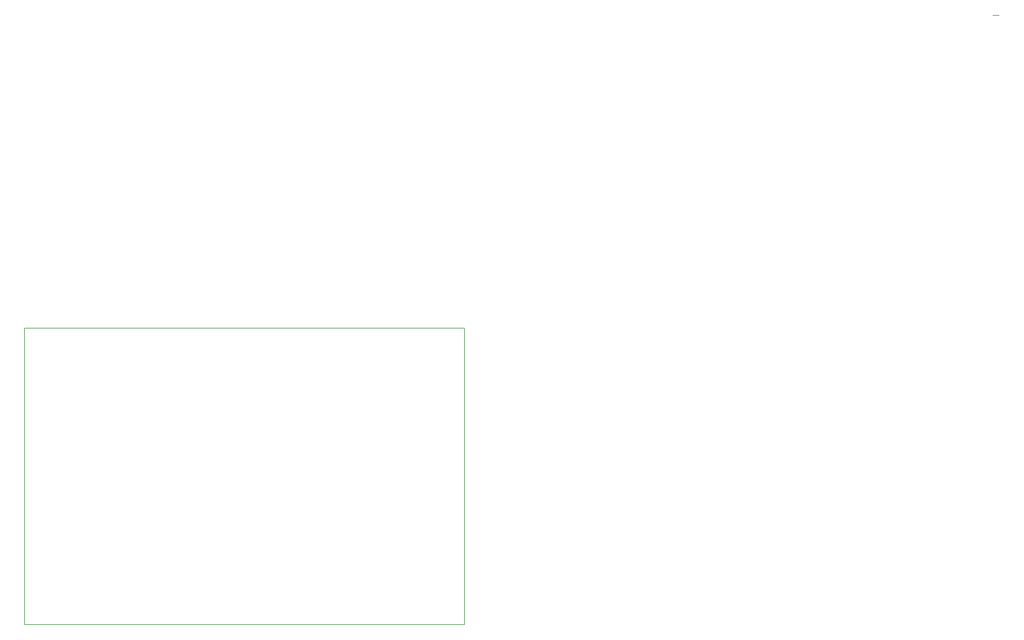
<source format=gbr>
G04 #@! TF.FileFunction,Profile,NP*
%FSLAX46Y46*%
G04 Gerber Fmt 4.6, Leading zero omitted, Abs format (unit mm)*
G04 Created by KiCad (PCBNEW 4.0.4-stable) date 09/22/17 06:06:28*
%MOMM*%
%LPD*%
G01*
G04 APERTURE LIST*
%ADD10C,0.100000*%
%ADD11C,0.150000*%
G04 APERTURE END LIST*
D10*
D11*
X297180000Y0D02*
X295402000Y0D01*
X147574000Y-170675000D02*
X147574000Y-87624939D01*
X24475000Y-170688000D02*
X147575000Y-170688000D01*
X24475000Y-87624967D02*
X24475000Y-170688024D01*
X147575008Y-87630000D02*
X24475000Y-87630000D01*
M02*

</source>
